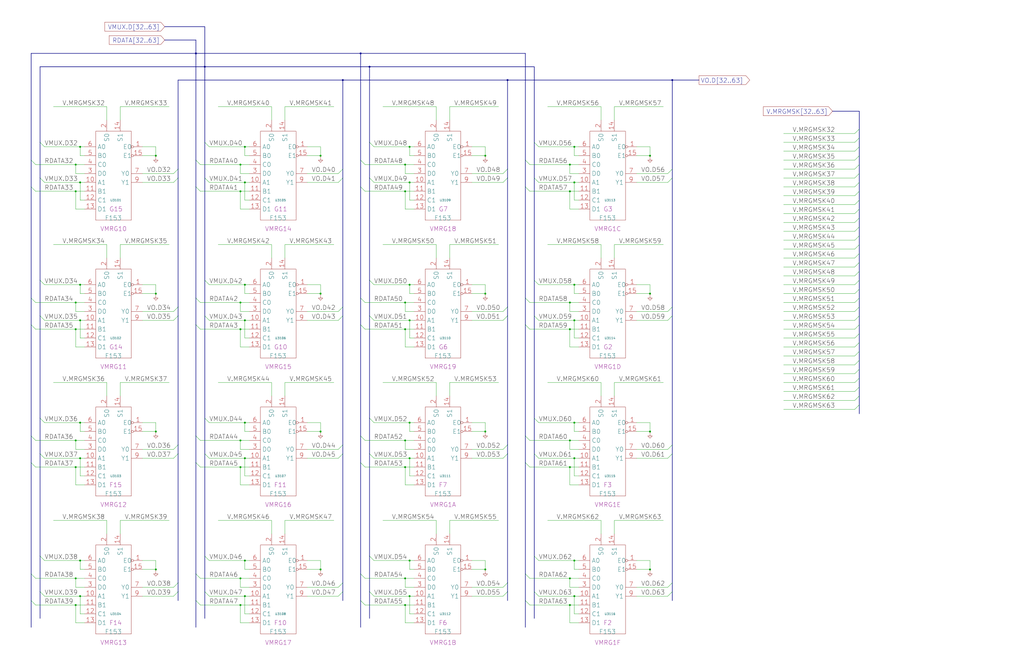
<source format=kicad_sch>
(kicad_sch (version 20211123) (generator eeschema)
  (paper "User" 584.2 378.46)
  (title_block (title "MERGER / VALUE HALF LSB'S") (date "20-MAR-90") (rev "1.0") (comment 1 "FIU") (comment 2 "232-003065") (comment 3 "S400") (comment 4 "RELEASED"))
  (bus (pts (xy 101.6 101.6) (xy 101.6 175.26)))
  (bus (pts (xy 101.6 175.26) (xy 101.6 180.34)))
  (bus (pts (xy 101.6 180.34) (xy 101.6 254)))
  (bus (pts (xy 101.6 254) (xy 101.6 259.08)))
  (bus (pts (xy 101.6 259.08) (xy 101.6 332.74)))
  (bus (pts (xy 101.6 332.74) (xy 101.6 337.82)))
  (bus (pts (xy 101.6 337.82) (xy 101.6 342.9)))
  (bus (pts (xy 101.6 45.72) (xy 101.6 96.52)))
  (bus (pts (xy 101.6 45.72) (xy 195.58 45.72)))
  (bus (pts (xy 101.6 96.52) (xy 101.6 101.6)))
  (bus (pts (xy 111.76 106.68) (xy 111.76 170.18)))
  (bus (pts (xy 111.76 170.18) (xy 111.76 185.42)))
  (bus (pts (xy 111.76 185.42) (xy 111.76 248.92)))
  (bus (pts (xy 111.76 22.86) (xy 111.76 30.48)))
  (bus (pts (xy 111.76 248.92) (xy 111.76 264.16)))
  (bus (pts (xy 111.76 264.16) (xy 111.76 327.66)))
  (bus (pts (xy 111.76 30.48) (xy 111.76 91.44)))
  (bus (pts (xy 111.76 30.48) (xy 205.74 30.48)))
  (bus (pts (xy 111.76 327.66) (xy 111.76 342.9)))
  (bus (pts (xy 111.76 342.9) (xy 111.76 358.14)))
  (bus (pts (xy 111.76 91.44) (xy 111.76 106.68)))
  (bus (pts (xy 116.84 101.6) (xy 116.84 160.02)))
  (bus (pts (xy 116.84 15.24) (xy 116.84 38.1)))
  (bus (pts (xy 116.84 160.02) (xy 116.84 180.34)))
  (bus (pts (xy 116.84 180.34) (xy 116.84 238.76)))
  (bus (pts (xy 116.84 238.76) (xy 116.84 259.08)))
  (bus (pts (xy 116.84 259.08) (xy 116.84 317.5)))
  (bus (pts (xy 116.84 317.5) (xy 116.84 337.82)))
  (bus (pts (xy 116.84 337.82) (xy 116.84 353.06)))
  (bus (pts (xy 116.84 38.1) (xy 116.84 81.28)))
  (bus (pts (xy 116.84 38.1) (xy 210.82 38.1)))
  (bus (pts (xy 116.84 81.28) (xy 116.84 101.6)))
  (bus (pts (xy 17.78 106.68) (xy 17.78 170.18)))
  (bus (pts (xy 17.78 170.18) (xy 17.78 185.42)))
  (bus (pts (xy 17.78 185.42) (xy 17.78 248.92)))
  (bus (pts (xy 17.78 248.92) (xy 17.78 264.16)))
  (bus (pts (xy 17.78 264.16) (xy 17.78 327.66)))
  (bus (pts (xy 17.78 30.48) (xy 111.76 30.48)))
  (bus (pts (xy 17.78 30.48) (xy 17.78 91.44)))
  (bus (pts (xy 17.78 327.66) (xy 17.78 342.9)))
  (bus (pts (xy 17.78 342.9) (xy 17.78 358.14)))
  (bus (pts (xy 17.78 91.44) (xy 17.78 106.68)))
  (bus (pts (xy 195.58 101.6) (xy 195.58 175.26)))
  (bus (pts (xy 195.58 175.26) (xy 195.58 180.34)))
  (bus (pts (xy 195.58 180.34) (xy 195.58 254)))
  (bus (pts (xy 195.58 254) (xy 195.58 259.08)))
  (bus (pts (xy 195.58 259.08) (xy 195.58 332.74)))
  (bus (pts (xy 195.58 332.74) (xy 195.58 337.82)))
  (bus (pts (xy 195.58 337.82) (xy 195.58 342.9)))
  (bus (pts (xy 195.58 45.72) (xy 195.58 96.52)))
  (bus (pts (xy 195.58 45.72) (xy 289.56 45.72)))
  (bus (pts (xy 195.58 96.52) (xy 195.58 101.6)))
  (bus (pts (xy 205.74 106.68) (xy 205.74 170.18)))
  (bus (pts (xy 205.74 170.18) (xy 205.74 185.42)))
  (bus (pts (xy 205.74 185.42) (xy 205.74 248.92)))
  (bus (pts (xy 205.74 248.92) (xy 205.74 264.16)))
  (bus (pts (xy 205.74 264.16) (xy 205.74 327.66)))
  (bus (pts (xy 205.74 30.48) (xy 205.74 91.44)))
  (bus (pts (xy 205.74 30.48) (xy 299.72 30.48)))
  (bus (pts (xy 205.74 327.66) (xy 205.74 342.9)))
  (bus (pts (xy 205.74 342.9) (xy 205.74 358.14)))
  (bus (pts (xy 205.74 91.44) (xy 205.74 106.68)))
  (bus (pts (xy 210.82 101.6) (xy 210.82 160.02)))
  (bus (pts (xy 210.82 160.02) (xy 210.82 180.34)))
  (bus (pts (xy 210.82 180.34) (xy 210.82 238.76)))
  (bus (pts (xy 210.82 238.76) (xy 210.82 259.08)))
  (bus (pts (xy 210.82 259.08) (xy 210.82 317.5)))
  (bus (pts (xy 210.82 317.5) (xy 210.82 337.82)))
  (bus (pts (xy 210.82 337.82) (xy 210.82 353.06)))
  (bus (pts (xy 210.82 38.1) (xy 210.82 81.28)))
  (bus (pts (xy 210.82 38.1) (xy 304.8 38.1)))
  (bus (pts (xy 210.82 81.28) (xy 210.82 101.6)))
  (bus (pts (xy 22.86 101.6) (xy 22.86 160.02)))
  (bus (pts (xy 22.86 160.02) (xy 22.86 180.34)))
  (bus (pts (xy 22.86 180.34) (xy 22.86 238.76)))
  (bus (pts (xy 22.86 238.76) (xy 22.86 259.08)))
  (bus (pts (xy 22.86 259.08) (xy 22.86 317.5)))
  (bus (pts (xy 22.86 317.5) (xy 22.86 337.82)))
  (bus (pts (xy 22.86 337.82) (xy 22.86 353.06)))
  (bus (pts (xy 22.86 38.1) (xy 116.84 38.1)))
  (bus (pts (xy 22.86 38.1) (xy 22.86 81.28)))
  (bus (pts (xy 22.86 81.28) (xy 22.86 101.6)))
  (bus (pts (xy 289.56 101.6) (xy 289.56 175.26)))
  (bus (pts (xy 289.56 175.26) (xy 289.56 180.34)))
  (bus (pts (xy 289.56 180.34) (xy 289.56 254)))
  (bus (pts (xy 289.56 254) (xy 289.56 259.08)))
  (bus (pts (xy 289.56 259.08) (xy 289.56 332.74)))
  (bus (pts (xy 289.56 332.74) (xy 289.56 337.82)))
  (bus (pts (xy 289.56 337.82) (xy 289.56 342.9)))
  (bus (pts (xy 289.56 45.72) (xy 289.56 96.52)))
  (bus (pts (xy 289.56 45.72) (xy 383.54 45.72)))
  (bus (pts (xy 289.56 96.52) (xy 289.56 101.6)))
  (bus (pts (xy 299.72 106.68) (xy 299.72 170.18)))
  (bus (pts (xy 299.72 170.18) (xy 299.72 185.42)))
  (bus (pts (xy 299.72 185.42) (xy 299.72 248.92)))
  (bus (pts (xy 299.72 248.92) (xy 299.72 264.16)))
  (bus (pts (xy 299.72 264.16) (xy 299.72 327.66)))
  (bus (pts (xy 299.72 30.48) (xy 299.72 91.44)))
  (bus (pts (xy 299.72 327.66) (xy 299.72 342.9)))
  (bus (pts (xy 299.72 342.9) (xy 299.72 358.14)))
  (bus (pts (xy 299.72 91.44) (xy 299.72 106.68)))
  (bus (pts (xy 304.8 101.6) (xy 304.8 160.02)))
  (bus (pts (xy 304.8 160.02) (xy 304.8 180.34)))
  (bus (pts (xy 304.8 180.34) (xy 304.8 238.76)))
  (bus (pts (xy 304.8 238.76) (xy 304.8 259.08)))
  (bus (pts (xy 304.8 259.08) (xy 304.8 317.5)))
  (bus (pts (xy 304.8 317.5) (xy 304.8 337.82)))
  (bus (pts (xy 304.8 337.82) (xy 304.8 353.06)))
  (bus (pts (xy 304.8 38.1) (xy 304.8 81.28)))
  (bus (pts (xy 304.8 81.28) (xy 304.8 101.6)))
  (bus (pts (xy 383.54 101.6) (xy 383.54 175.26)))
  (bus (pts (xy 383.54 175.26) (xy 383.54 180.34)))
  (bus (pts (xy 383.54 180.34) (xy 383.54 254)))
  (bus (pts (xy 383.54 254) (xy 383.54 259.08)))
  (bus (pts (xy 383.54 259.08) (xy 383.54 332.74)))
  (bus (pts (xy 383.54 332.74) (xy 383.54 337.82)))
  (bus (pts (xy 383.54 337.82) (xy 383.54 342.9)))
  (bus (pts (xy 383.54 45.72) (xy 383.54 96.52)))
  (bus (pts (xy 383.54 45.72) (xy 398.78 45.72)))
  (bus (pts (xy 383.54 96.52) (xy 383.54 101.6)))
  (bus (pts (xy 474.98 63.5) (xy 490.22 63.5)))
  (bus (pts (xy 490.22 104.14) (xy 490.22 109.22)))
  (bus (pts (xy 490.22 109.22) (xy 490.22 114.3)))
  (bus (pts (xy 490.22 114.3) (xy 490.22 119.38)))
  (bus (pts (xy 490.22 119.38) (xy 490.22 124.46)))
  (bus (pts (xy 490.22 124.46) (xy 490.22 129.54)))
  (bus (pts (xy 490.22 129.54) (xy 490.22 134.62)))
  (bus (pts (xy 490.22 134.62) (xy 490.22 139.7)))
  (bus (pts (xy 490.22 139.7) (xy 490.22 144.78)))
  (bus (pts (xy 490.22 144.78) (xy 490.22 149.86)))
  (bus (pts (xy 490.22 149.86) (xy 490.22 154.94)))
  (bus (pts (xy 490.22 154.94) (xy 490.22 160.02)))
  (bus (pts (xy 490.22 160.02) (xy 490.22 165.1)))
  (bus (pts (xy 490.22 165.1) (xy 490.22 170.18)))
  (bus (pts (xy 490.22 170.18) (xy 490.22 175.26)))
  (bus (pts (xy 490.22 175.26) (xy 490.22 180.34)))
  (bus (pts (xy 490.22 180.34) (xy 490.22 185.42)))
  (bus (pts (xy 490.22 185.42) (xy 490.22 190.5)))
  (bus (pts (xy 490.22 190.5) (xy 490.22 195.58)))
  (bus (pts (xy 490.22 195.58) (xy 490.22 200.66)))
  (bus (pts (xy 490.22 200.66) (xy 490.22 205.74)))
  (bus (pts (xy 490.22 205.74) (xy 490.22 210.82)))
  (bus (pts (xy 490.22 210.82) (xy 490.22 215.9)))
  (bus (pts (xy 490.22 215.9) (xy 490.22 220.98)))
  (bus (pts (xy 490.22 220.98) (xy 490.22 226.06)))
  (bus (pts (xy 490.22 226.06) (xy 490.22 231.14)))
  (bus (pts (xy 490.22 231.14) (xy 490.22 236.22)))
  (bus (pts (xy 490.22 63.5) (xy 490.22 73.66)))
  (bus (pts (xy 490.22 73.66) (xy 490.22 78.74)))
  (bus (pts (xy 490.22 78.74) (xy 490.22 83.82)))
  (bus (pts (xy 490.22 83.82) (xy 490.22 88.9)))
  (bus (pts (xy 490.22 88.9) (xy 490.22 93.98)))
  (bus (pts (xy 490.22 93.98) (xy 490.22 99.06)))
  (bus (pts (xy 490.22 99.06) (xy 490.22 104.14)))
  (bus (pts (xy 93.98 15.24) (xy 116.84 15.24)))
  (bus (pts (xy 93.98 22.86) (xy 111.76 22.86)))
  (wire (pts (xy 114.3 109.22) (xy 137.16 109.22)))
  (wire (pts (xy 114.3 172.72) (xy 137.16 172.72)))
  (wire (pts (xy 114.3 187.96) (xy 137.16 187.96)))
  (wire (pts (xy 114.3 251.46) (xy 137.16 251.46)))
  (wire (pts (xy 114.3 266.7) (xy 137.16 266.7)))
  (wire (pts (xy 114.3 330.2) (xy 137.16 330.2)))
  (wire (pts (xy 114.3 345.44) (xy 137.16 345.44)))
  (wire (pts (xy 114.3 93.98) (xy 137.16 93.98)))
  (wire (pts (xy 119.38 104.14) (xy 139.7 104.14)))
  (wire (pts (xy 119.38 162.56) (xy 139.7 162.56)))
  (wire (pts (xy 119.38 182.88) (xy 139.7 182.88)))
  (wire (pts (xy 119.38 241.3) (xy 139.7 241.3)))
  (wire (pts (xy 119.38 261.62) (xy 139.7 261.62)))
  (wire (pts (xy 119.38 320.04) (xy 139.7 320.04)))
  (wire (pts (xy 119.38 340.36) (xy 139.7 340.36)))
  (wire (pts (xy 119.38 83.82) (xy 139.7 83.82)))
  (wire (pts (xy 124.46 139.7) (xy 154.94 139.7)))
  (wire (pts (xy 124.46 218.44) (xy 154.94 218.44)))
  (wire (pts (xy 124.46 297.18) (xy 154.94 297.18)))
  (wire (pts (xy 124.46 60.96) (xy 154.94 60.96)))
  (wire (pts (xy 137.16 109.22) (xy 142.24 109.22)))
  (wire (pts (xy 137.16 119.38) (xy 137.16 109.22)))
  (wire (pts (xy 137.16 172.72) (xy 142.24 172.72)))
  (wire (pts (xy 137.16 177.8) (xy 137.16 172.72)))
  (wire (pts (xy 137.16 187.96) (xy 142.24 187.96)))
  (wire (pts (xy 137.16 198.12) (xy 137.16 187.96)))
  (wire (pts (xy 137.16 251.46) (xy 142.24 251.46)))
  (wire (pts (xy 137.16 256.54) (xy 137.16 251.46)))
  (wire (pts (xy 137.16 266.7) (xy 142.24 266.7)))
  (wire (pts (xy 137.16 276.86) (xy 137.16 266.7)))
  (wire (pts (xy 137.16 330.2) (xy 142.24 330.2)))
  (wire (pts (xy 137.16 335.28) (xy 137.16 330.2)))
  (wire (pts (xy 137.16 345.44) (xy 142.24 345.44)))
  (wire (pts (xy 137.16 355.6) (xy 137.16 345.44)))
  (wire (pts (xy 137.16 93.98) (xy 142.24 93.98)))
  (wire (pts (xy 137.16 99.06) (xy 137.16 93.98)))
  (wire (pts (xy 139.7 104.14) (xy 142.24 104.14)))
  (wire (pts (xy 139.7 114.3) (xy 139.7 104.14)))
  (wire (pts (xy 139.7 162.56) (xy 142.24 162.56)))
  (wire (pts (xy 139.7 167.64) (xy 139.7 162.56)))
  (wire (pts (xy 139.7 182.88) (xy 142.24 182.88)))
  (wire (pts (xy 139.7 193.04) (xy 139.7 182.88)))
  (wire (pts (xy 139.7 241.3) (xy 142.24 241.3)))
  (wire (pts (xy 139.7 246.38) (xy 139.7 241.3)))
  (wire (pts (xy 139.7 261.62) (xy 142.24 261.62)))
  (wire (pts (xy 139.7 271.78) (xy 139.7 261.62)))
  (wire (pts (xy 139.7 320.04) (xy 142.24 320.04)))
  (wire (pts (xy 139.7 325.12) (xy 139.7 320.04)))
  (wire (pts (xy 139.7 340.36) (xy 142.24 340.36)))
  (wire (pts (xy 139.7 350.52) (xy 139.7 340.36)))
  (wire (pts (xy 139.7 83.82) (xy 142.24 83.82)))
  (wire (pts (xy 139.7 88.9) (xy 139.7 83.82)))
  (wire (pts (xy 142.24 114.3) (xy 139.7 114.3)))
  (wire (pts (xy 142.24 119.38) (xy 137.16 119.38)))
  (wire (pts (xy 142.24 167.64) (xy 139.7 167.64)))
  (wire (pts (xy 142.24 177.8) (xy 137.16 177.8)))
  (wire (pts (xy 142.24 193.04) (xy 139.7 193.04)))
  (wire (pts (xy 142.24 198.12) (xy 137.16 198.12)))
  (wire (pts (xy 142.24 246.38) (xy 139.7 246.38)))
  (wire (pts (xy 142.24 256.54) (xy 137.16 256.54)))
  (wire (pts (xy 142.24 271.78) (xy 139.7 271.78)))
  (wire (pts (xy 142.24 276.86) (xy 137.16 276.86)))
  (wire (pts (xy 142.24 325.12) (xy 139.7 325.12)))
  (wire (pts (xy 142.24 335.28) (xy 137.16 335.28)))
  (wire (pts (xy 142.24 350.52) (xy 139.7 350.52)))
  (wire (pts (xy 142.24 355.6) (xy 137.16 355.6)))
  (wire (pts (xy 142.24 88.9) (xy 139.7 88.9)))
  (wire (pts (xy 142.24 99.06) (xy 137.16 99.06)))
  (wire (pts (xy 154.94 147.32) (xy 154.94 139.7)))
  (wire (pts (xy 154.94 226.06) (xy 154.94 218.44)))
  (wire (pts (xy 154.94 304.8) (xy 154.94 297.18)))
  (wire (pts (xy 154.94 68.58) (xy 154.94 60.96)))
  (wire (pts (xy 162.56 139.7) (xy 190.5 139.7)))
  (wire (pts (xy 162.56 147.32) (xy 162.56 139.7)))
  (wire (pts (xy 162.56 218.44) (xy 190.5 218.44)))
  (wire (pts (xy 162.56 226.06) (xy 162.56 218.44)))
  (wire (pts (xy 162.56 297.18) (xy 190.5 297.18)))
  (wire (pts (xy 162.56 304.8) (xy 162.56 297.18)))
  (wire (pts (xy 162.56 60.96) (xy 190.5 60.96)))
  (wire (pts (xy 162.56 68.58) (xy 162.56 60.96)))
  (wire (pts (xy 175.26 104.14) (xy 193.04 104.14)))
  (wire (pts (xy 175.26 162.56) (xy 182.88 162.56)))
  (wire (pts (xy 175.26 167.64) (xy 182.88 167.64)))
  (wire (pts (xy 175.26 177.8) (xy 193.04 177.8)))
  (wire (pts (xy 175.26 182.88) (xy 193.04 182.88)))
  (wire (pts (xy 175.26 241.3) (xy 182.88 241.3)))
  (wire (pts (xy 175.26 246.38) (xy 182.88 246.38)))
  (wire (pts (xy 175.26 256.54) (xy 193.04 256.54)))
  (wire (pts (xy 175.26 261.62) (xy 193.04 261.62)))
  (wire (pts (xy 175.26 320.04) (xy 182.88 320.04)))
  (wire (pts (xy 175.26 325.12) (xy 182.88 325.12)))
  (wire (pts (xy 175.26 335.28) (xy 193.04 335.28)))
  (wire (pts (xy 175.26 340.36) (xy 193.04 340.36)))
  (wire (pts (xy 175.26 83.82) (xy 182.88 83.82)))
  (wire (pts (xy 175.26 88.9) (xy 182.88 88.9)))
  (wire (pts (xy 175.26 99.06) (xy 193.04 99.06)))
  (wire (pts (xy 182.88 162.56) (xy 182.88 167.64)))
  (wire (pts (xy 182.88 241.3) (xy 182.88 246.38)))
  (wire (pts (xy 182.88 320.04) (xy 182.88 325.12)))
  (wire (pts (xy 182.88 83.82) (xy 182.88 88.9)))
  (wire (pts (xy 20.32 109.22) (xy 43.18 109.22)))
  (wire (pts (xy 20.32 172.72) (xy 43.18 172.72)))
  (wire (pts (xy 20.32 187.96) (xy 43.18 187.96)))
  (wire (pts (xy 20.32 251.46) (xy 43.18 251.46)))
  (wire (pts (xy 20.32 266.7) (xy 43.18 266.7)))
  (wire (pts (xy 20.32 330.2) (xy 43.18 330.2)))
  (wire (pts (xy 20.32 345.44) (xy 43.18 345.44)))
  (wire (pts (xy 20.32 93.98) (xy 43.18 93.98)))
  (wire (pts (xy 208.28 109.22) (xy 231.14 109.22)))
  (wire (pts (xy 208.28 172.72) (xy 231.14 172.72)))
  (wire (pts (xy 208.28 187.96) (xy 231.14 187.96)))
  (wire (pts (xy 208.28 251.46) (xy 231.14 251.46)))
  (wire (pts (xy 208.28 266.7) (xy 231.14 266.7)))
  (wire (pts (xy 208.28 330.2) (xy 231.14 330.2)))
  (wire (pts (xy 208.28 345.44) (xy 231.14 345.44)))
  (wire (pts (xy 208.28 93.98) (xy 231.14 93.98)))
  (wire (pts (xy 213.36 104.14) (xy 233.68 104.14)))
  (wire (pts (xy 213.36 162.56) (xy 233.68 162.56)))
  (wire (pts (xy 213.36 182.88) (xy 233.68 182.88)))
  (wire (pts (xy 213.36 241.3) (xy 233.68 241.3)))
  (wire (pts (xy 213.36 261.62) (xy 233.68 261.62)))
  (wire (pts (xy 213.36 320.04) (xy 233.68 320.04)))
  (wire (pts (xy 213.36 340.36) (xy 233.68 340.36)))
  (wire (pts (xy 213.36 83.82) (xy 233.68 83.82)))
  (wire (pts (xy 218.44 139.7) (xy 248.92 139.7)))
  (wire (pts (xy 218.44 218.44) (xy 248.92 218.44)))
  (wire (pts (xy 218.44 297.18) (xy 248.92 297.18)))
  (wire (pts (xy 218.44 60.96) (xy 248.92 60.96)))
  (wire (pts (xy 231.14 109.22) (xy 236.22 109.22)))
  (wire (pts (xy 231.14 119.38) (xy 231.14 109.22)))
  (wire (pts (xy 231.14 172.72) (xy 236.22 172.72)))
  (wire (pts (xy 231.14 177.8) (xy 231.14 172.72)))
  (wire (pts (xy 231.14 187.96) (xy 236.22 187.96)))
  (wire (pts (xy 231.14 198.12) (xy 231.14 187.96)))
  (wire (pts (xy 231.14 251.46) (xy 236.22 251.46)))
  (wire (pts (xy 231.14 256.54) (xy 231.14 251.46)))
  (wire (pts (xy 231.14 266.7) (xy 236.22 266.7)))
  (wire (pts (xy 231.14 276.86) (xy 231.14 266.7)))
  (wire (pts (xy 231.14 330.2) (xy 236.22 330.2)))
  (wire (pts (xy 231.14 335.28) (xy 231.14 330.2)))
  (wire (pts (xy 231.14 345.44) (xy 236.22 345.44)))
  (wire (pts (xy 231.14 355.6) (xy 231.14 345.44)))
  (wire (pts (xy 231.14 93.98) (xy 236.22 93.98)))
  (wire (pts (xy 231.14 99.06) (xy 231.14 93.98)))
  (wire (pts (xy 233.68 104.14) (xy 236.22 104.14)))
  (wire (pts (xy 233.68 114.3) (xy 233.68 104.14)))
  (wire (pts (xy 233.68 162.56) (xy 236.22 162.56)))
  (wire (pts (xy 233.68 167.64) (xy 233.68 162.56)))
  (wire (pts (xy 233.68 182.88) (xy 236.22 182.88)))
  (wire (pts (xy 233.68 193.04) (xy 233.68 182.88)))
  (wire (pts (xy 233.68 241.3) (xy 236.22 241.3)))
  (wire (pts (xy 233.68 246.38) (xy 233.68 241.3)))
  (wire (pts (xy 233.68 261.62) (xy 236.22 261.62)))
  (wire (pts (xy 233.68 271.78) (xy 233.68 261.62)))
  (wire (pts (xy 233.68 320.04) (xy 236.22 320.04)))
  (wire (pts (xy 233.68 325.12) (xy 233.68 320.04)))
  (wire (pts (xy 233.68 340.36) (xy 236.22 340.36)))
  (wire (pts (xy 233.68 350.52) (xy 233.68 340.36)))
  (wire (pts (xy 233.68 83.82) (xy 236.22 83.82)))
  (wire (pts (xy 233.68 88.9) (xy 233.68 83.82)))
  (wire (pts (xy 236.22 114.3) (xy 233.68 114.3)))
  (wire (pts (xy 236.22 119.38) (xy 231.14 119.38)))
  (wire (pts (xy 236.22 167.64) (xy 233.68 167.64)))
  (wire (pts (xy 236.22 177.8) (xy 231.14 177.8)))
  (wire (pts (xy 236.22 193.04) (xy 233.68 193.04)))
  (wire (pts (xy 236.22 198.12) (xy 231.14 198.12)))
  (wire (pts (xy 236.22 246.38) (xy 233.68 246.38)))
  (wire (pts (xy 236.22 256.54) (xy 231.14 256.54)))
  (wire (pts (xy 236.22 271.78) (xy 233.68 271.78)))
  (wire (pts (xy 236.22 276.86) (xy 231.14 276.86)))
  (wire (pts (xy 236.22 325.12) (xy 233.68 325.12)))
  (wire (pts (xy 236.22 335.28) (xy 231.14 335.28)))
  (wire (pts (xy 236.22 350.52) (xy 233.68 350.52)))
  (wire (pts (xy 236.22 355.6) (xy 231.14 355.6)))
  (wire (pts (xy 236.22 88.9) (xy 233.68 88.9)))
  (wire (pts (xy 236.22 99.06) (xy 231.14 99.06)))
  (wire (pts (xy 248.92 147.32) (xy 248.92 139.7)))
  (wire (pts (xy 248.92 226.06) (xy 248.92 218.44)))
  (wire (pts (xy 248.92 304.8) (xy 248.92 297.18)))
  (wire (pts (xy 248.92 68.58) (xy 248.92 60.96)))
  (wire (pts (xy 25.4 104.14) (xy 45.72 104.14)))
  (wire (pts (xy 25.4 162.56) (xy 45.72 162.56)))
  (wire (pts (xy 25.4 182.88) (xy 45.72 182.88)))
  (wire (pts (xy 25.4 241.3) (xy 45.72 241.3)))
  (wire (pts (xy 25.4 261.62) (xy 45.72 261.62)))
  (wire (pts (xy 25.4 320.04) (xy 45.72 320.04)))
  (wire (pts (xy 25.4 340.36) (xy 45.72 340.36)))
  (wire (pts (xy 25.4 83.82) (xy 45.72 83.82)))
  (wire (pts (xy 256.54 139.7) (xy 284.48 139.7)))
  (wire (pts (xy 256.54 147.32) (xy 256.54 139.7)))
  (wire (pts (xy 256.54 218.44) (xy 284.48 218.44)))
  (wire (pts (xy 256.54 226.06) (xy 256.54 218.44)))
  (wire (pts (xy 256.54 297.18) (xy 284.48 297.18)))
  (wire (pts (xy 256.54 304.8) (xy 256.54 297.18)))
  (wire (pts (xy 256.54 60.96) (xy 284.48 60.96)))
  (wire (pts (xy 256.54 68.58) (xy 256.54 60.96)))
  (wire (pts (xy 269.24 104.14) (xy 287.02 104.14)))
  (wire (pts (xy 269.24 162.56) (xy 276.86 162.56)))
  (wire (pts (xy 269.24 167.64) (xy 276.86 167.64)))
  (wire (pts (xy 269.24 177.8) (xy 287.02 177.8)))
  (wire (pts (xy 269.24 182.88) (xy 287.02 182.88)))
  (wire (pts (xy 269.24 241.3) (xy 276.86 241.3)))
  (wire (pts (xy 269.24 246.38) (xy 276.86 246.38)))
  (wire (pts (xy 269.24 256.54) (xy 287.02 256.54)))
  (wire (pts (xy 269.24 261.62) (xy 287.02 261.62)))
  (wire (pts (xy 269.24 320.04) (xy 276.86 320.04)))
  (wire (pts (xy 269.24 325.12) (xy 276.86 325.12)))
  (wire (pts (xy 269.24 335.28) (xy 287.02 335.28)))
  (wire (pts (xy 269.24 340.36) (xy 287.02 340.36)))
  (wire (pts (xy 269.24 83.82) (xy 276.86 83.82)))
  (wire (pts (xy 269.24 88.9) (xy 276.86 88.9)))
  (wire (pts (xy 269.24 99.06) (xy 287.02 99.06)))
  (wire (pts (xy 276.86 162.56) (xy 276.86 167.64)))
  (wire (pts (xy 276.86 241.3) (xy 276.86 246.38)))
  (wire (pts (xy 276.86 320.04) (xy 276.86 325.12)))
  (wire (pts (xy 276.86 83.82) (xy 276.86 88.9)))
  (wire (pts (xy 30.48 139.7) (xy 60.96 139.7)))
  (wire (pts (xy 30.48 218.44) (xy 60.96 218.44)))
  (wire (pts (xy 30.48 297.18) (xy 60.96 297.18)))
  (wire (pts (xy 30.48 60.96) (xy 60.96 60.96)))
  (wire (pts (xy 302.26 109.22) (xy 325.12 109.22)))
  (wire (pts (xy 302.26 172.72) (xy 325.12 172.72)))
  (wire (pts (xy 302.26 187.96) (xy 325.12 187.96)))
  (wire (pts (xy 302.26 251.46) (xy 325.12 251.46)))
  (wire (pts (xy 302.26 266.7) (xy 325.12 266.7)))
  (wire (pts (xy 302.26 330.2) (xy 325.12 330.2)))
  (wire (pts (xy 302.26 345.44) (xy 325.12 345.44)))
  (wire (pts (xy 302.26 93.98) (xy 325.12 93.98)))
  (wire (pts (xy 307.34 104.14) (xy 327.66 104.14)))
  (wire (pts (xy 307.34 162.56) (xy 327.66 162.56)))
  (wire (pts (xy 307.34 182.88) (xy 327.66 182.88)))
  (wire (pts (xy 307.34 241.3) (xy 327.66 241.3)))
  (wire (pts (xy 307.34 261.62) (xy 327.66 261.62)))
  (wire (pts (xy 307.34 320.04) (xy 327.66 320.04)))
  (wire (pts (xy 307.34 340.36) (xy 327.66 340.36)))
  (wire (pts (xy 307.34 83.82) (xy 327.66 83.82)))
  (wire (pts (xy 312.42 139.7) (xy 342.9 139.7)))
  (wire (pts (xy 312.42 218.44) (xy 342.9 218.44)))
  (wire (pts (xy 312.42 297.18) (xy 342.9 297.18)))
  (wire (pts (xy 312.42 60.96) (xy 342.9 60.96)))
  (wire (pts (xy 325.12 109.22) (xy 330.2 109.22)))
  (wire (pts (xy 325.12 119.38) (xy 325.12 109.22)))
  (wire (pts (xy 325.12 172.72) (xy 330.2 172.72)))
  (wire (pts (xy 325.12 177.8) (xy 325.12 172.72)))
  (wire (pts (xy 325.12 187.96) (xy 330.2 187.96)))
  (wire (pts (xy 325.12 198.12) (xy 325.12 187.96)))
  (wire (pts (xy 325.12 251.46) (xy 330.2 251.46)))
  (wire (pts (xy 325.12 256.54) (xy 325.12 251.46)))
  (wire (pts (xy 325.12 266.7) (xy 330.2 266.7)))
  (wire (pts (xy 325.12 276.86) (xy 325.12 266.7)))
  (wire (pts (xy 325.12 330.2) (xy 330.2 330.2)))
  (wire (pts (xy 325.12 335.28) (xy 325.12 330.2)))
  (wire (pts (xy 325.12 345.44) (xy 330.2 345.44)))
  (wire (pts (xy 325.12 355.6) (xy 325.12 345.44)))
  (wire (pts (xy 325.12 93.98) (xy 330.2 93.98)))
  (wire (pts (xy 325.12 99.06) (xy 325.12 93.98)))
  (wire (pts (xy 327.66 104.14) (xy 330.2 104.14)))
  (wire (pts (xy 327.66 114.3) (xy 327.66 104.14)))
  (wire (pts (xy 327.66 162.56) (xy 330.2 162.56)))
  (wire (pts (xy 327.66 167.64) (xy 327.66 162.56)))
  (wire (pts (xy 327.66 182.88) (xy 330.2 182.88)))
  (wire (pts (xy 327.66 193.04) (xy 327.66 182.88)))
  (wire (pts (xy 327.66 241.3) (xy 330.2 241.3)))
  (wire (pts (xy 327.66 246.38) (xy 327.66 241.3)))
  (wire (pts (xy 327.66 261.62) (xy 330.2 261.62)))
  (wire (pts (xy 327.66 271.78) (xy 327.66 261.62)))
  (wire (pts (xy 327.66 320.04) (xy 330.2 320.04)))
  (wire (pts (xy 327.66 325.12) (xy 327.66 320.04)))
  (wire (pts (xy 327.66 340.36) (xy 330.2 340.36)))
  (wire (pts (xy 327.66 350.52) (xy 327.66 340.36)))
  (wire (pts (xy 327.66 83.82) (xy 330.2 83.82)))
  (wire (pts (xy 327.66 88.9) (xy 327.66 83.82)))
  (wire (pts (xy 330.2 114.3) (xy 327.66 114.3)))
  (wire (pts (xy 330.2 119.38) (xy 325.12 119.38)))
  (wire (pts (xy 330.2 167.64) (xy 327.66 167.64)))
  (wire (pts (xy 330.2 177.8) (xy 325.12 177.8)))
  (wire (pts (xy 330.2 193.04) (xy 327.66 193.04)))
  (wire (pts (xy 330.2 198.12) (xy 325.12 198.12)))
  (wire (pts (xy 330.2 246.38) (xy 327.66 246.38)))
  (wire (pts (xy 330.2 256.54) (xy 325.12 256.54)))
  (wire (pts (xy 330.2 271.78) (xy 327.66 271.78)))
  (wire (pts (xy 330.2 276.86) (xy 325.12 276.86)))
  (wire (pts (xy 330.2 325.12) (xy 327.66 325.12)))
  (wire (pts (xy 330.2 335.28) (xy 325.12 335.28)))
  (wire (pts (xy 330.2 350.52) (xy 327.66 350.52)))
  (wire (pts (xy 330.2 355.6) (xy 325.12 355.6)))
  (wire (pts (xy 330.2 88.9) (xy 327.66 88.9)))
  (wire (pts (xy 330.2 99.06) (xy 325.12 99.06)))
  (wire (pts (xy 342.9 147.32) (xy 342.9 139.7)))
  (wire (pts (xy 342.9 226.06) (xy 342.9 218.44)))
  (wire (pts (xy 342.9 304.8) (xy 342.9 297.18)))
  (wire (pts (xy 342.9 68.58) (xy 342.9 60.96)))
  (wire (pts (xy 350.52 139.7) (xy 378.46 139.7)))
  (wire (pts (xy 350.52 147.32) (xy 350.52 139.7)))
  (wire (pts (xy 350.52 218.44) (xy 378.46 218.44)))
  (wire (pts (xy 350.52 226.06) (xy 350.52 218.44)))
  (wire (pts (xy 350.52 297.18) (xy 378.46 297.18)))
  (wire (pts (xy 350.52 304.8) (xy 350.52 297.18)))
  (wire (pts (xy 350.52 60.96) (xy 378.46 60.96)))
  (wire (pts (xy 350.52 68.58) (xy 350.52 60.96)))
  (wire (pts (xy 363.22 104.14) (xy 381 104.14)))
  (wire (pts (xy 363.22 162.56) (xy 370.84 162.56)))
  (wire (pts (xy 363.22 167.64) (xy 370.84 167.64)))
  (wire (pts (xy 363.22 177.8) (xy 381 177.8)))
  (wire (pts (xy 363.22 182.88) (xy 381 182.88)))
  (wire (pts (xy 363.22 241.3) (xy 370.84 241.3)))
  (wire (pts (xy 363.22 246.38) (xy 370.84 246.38)))
  (wire (pts (xy 363.22 256.54) (xy 381 256.54)))
  (wire (pts (xy 363.22 261.62) (xy 381 261.62)))
  (wire (pts (xy 363.22 320.04) (xy 370.84 320.04)))
  (wire (pts (xy 363.22 325.12) (xy 370.84 325.12)))
  (wire (pts (xy 363.22 335.28) (xy 381 335.28)))
  (wire (pts (xy 363.22 340.36) (xy 381 340.36)))
  (wire (pts (xy 363.22 83.82) (xy 370.84 83.82)))
  (wire (pts (xy 363.22 88.9) (xy 370.84 88.9)))
  (wire (pts (xy 363.22 99.06) (xy 381 99.06)))
  (wire (pts (xy 370.84 162.56) (xy 370.84 167.64)))
  (wire (pts (xy 370.84 241.3) (xy 370.84 246.38)))
  (wire (pts (xy 370.84 320.04) (xy 370.84 325.12)))
  (wire (pts (xy 370.84 83.82) (xy 370.84 88.9)))
  (wire (pts (xy 43.18 109.22) (xy 48.26 109.22)))
  (wire (pts (xy 43.18 119.38) (xy 43.18 109.22)))
  (wire (pts (xy 43.18 172.72) (xy 48.26 172.72)))
  (wire (pts (xy 43.18 177.8) (xy 43.18 172.72)))
  (wire (pts (xy 43.18 187.96) (xy 48.26 187.96)))
  (wire (pts (xy 43.18 198.12) (xy 43.18 187.96)))
  (wire (pts (xy 43.18 251.46) (xy 48.26 251.46)))
  (wire (pts (xy 43.18 256.54) (xy 43.18 251.46)))
  (wire (pts (xy 43.18 266.7) (xy 48.26 266.7)))
  (wire (pts (xy 43.18 276.86) (xy 43.18 266.7)))
  (wire (pts (xy 43.18 330.2) (xy 48.26 330.2)))
  (wire (pts (xy 43.18 335.28) (xy 43.18 330.2)))
  (wire (pts (xy 43.18 345.44) (xy 48.26 345.44)))
  (wire (pts (xy 43.18 355.6) (xy 43.18 345.44)))
  (wire (pts (xy 43.18 93.98) (xy 48.26 93.98)))
  (wire (pts (xy 43.18 99.06) (xy 43.18 93.98)))
  (wire (pts (xy 447.04 101.6) (xy 487.68 101.6)))
  (wire (pts (xy 447.04 106.68) (xy 487.68 106.68)))
  (wire (pts (xy 447.04 111.76) (xy 487.68 111.76)))
  (wire (pts (xy 447.04 116.84) (xy 487.68 116.84)))
  (wire (pts (xy 447.04 121.92) (xy 487.68 121.92)))
  (wire (pts (xy 447.04 127) (xy 487.68 127)))
  (wire (pts (xy 447.04 132.08) (xy 487.68 132.08)))
  (wire (pts (xy 447.04 137.16) (xy 487.68 137.16)))
  (wire (pts (xy 447.04 142.24) (xy 487.68 142.24)))
  (wire (pts (xy 447.04 147.32) (xy 487.68 147.32)))
  (wire (pts (xy 447.04 152.4) (xy 487.68 152.4)))
  (wire (pts (xy 447.04 157.48) (xy 487.68 157.48)))
  (wire (pts (xy 447.04 162.56) (xy 487.68 162.56)))
  (wire (pts (xy 447.04 167.64) (xy 487.68 167.64)))
  (wire (pts (xy 447.04 172.72) (xy 487.68 172.72)))
  (wire (pts (xy 447.04 177.8) (xy 487.68 177.8)))
  (wire (pts (xy 447.04 182.88) (xy 487.68 182.88)))
  (wire (pts (xy 447.04 187.96) (xy 487.68 187.96)))
  (wire (pts (xy 447.04 193.04) (xy 487.68 193.04)))
  (wire (pts (xy 447.04 198.12) (xy 487.68 198.12)))
  (wire (pts (xy 447.04 203.2) (xy 487.68 203.2)))
  (wire (pts (xy 447.04 208.28) (xy 487.68 208.28)))
  (wire (pts (xy 447.04 213.36) (xy 487.68 213.36)))
  (wire (pts (xy 447.04 218.44) (xy 487.68 218.44)))
  (wire (pts (xy 447.04 223.52) (xy 487.68 223.52)))
  (wire (pts (xy 447.04 228.6) (xy 487.68 228.6)))
  (wire (pts (xy 447.04 233.68) (xy 487.68 233.68)))
  (wire (pts (xy 447.04 76.2) (xy 487.68 76.2)))
  (wire (pts (xy 447.04 81.28) (xy 487.68 81.28)))
  (wire (pts (xy 447.04 86.36) (xy 487.68 86.36)))
  (wire (pts (xy 447.04 91.44) (xy 487.68 91.44)))
  (wire (pts (xy 447.04 96.52) (xy 487.68 96.52)))
  (wire (pts (xy 45.72 104.14) (xy 48.26 104.14)))
  (wire (pts (xy 45.72 114.3) (xy 45.72 104.14)))
  (wire (pts (xy 45.72 162.56) (xy 48.26 162.56)))
  (wire (pts (xy 45.72 167.64) (xy 45.72 162.56)))
  (wire (pts (xy 45.72 182.88) (xy 48.26 182.88)))
  (wire (pts (xy 45.72 193.04) (xy 45.72 182.88)))
  (wire (pts (xy 45.72 241.3) (xy 48.26 241.3)))
  (wire (pts (xy 45.72 246.38) (xy 45.72 241.3)))
  (wire (pts (xy 45.72 261.62) (xy 48.26 261.62)))
  (wire (pts (xy 45.72 271.78) (xy 45.72 261.62)))
  (wire (pts (xy 45.72 320.04) (xy 48.26 320.04)))
  (wire (pts (xy 45.72 325.12) (xy 45.72 320.04)))
  (wire (pts (xy 45.72 340.36) (xy 48.26 340.36)))
  (wire (pts (xy 45.72 350.52) (xy 45.72 340.36)))
  (wire (pts (xy 45.72 83.82) (xy 48.26 83.82)))
  (wire (pts (xy 45.72 88.9) (xy 45.72 83.82)))
  (wire (pts (xy 48.26 114.3) (xy 45.72 114.3)))
  (wire (pts (xy 48.26 119.38) (xy 43.18 119.38)))
  (wire (pts (xy 48.26 167.64) (xy 45.72 167.64)))
  (wire (pts (xy 48.26 177.8) (xy 43.18 177.8)))
  (wire (pts (xy 48.26 193.04) (xy 45.72 193.04)))
  (wire (pts (xy 48.26 198.12) (xy 43.18 198.12)))
  (wire (pts (xy 48.26 246.38) (xy 45.72 246.38)))
  (wire (pts (xy 48.26 256.54) (xy 43.18 256.54)))
  (wire (pts (xy 48.26 271.78) (xy 45.72 271.78)))
  (wire (pts (xy 48.26 276.86) (xy 43.18 276.86)))
  (wire (pts (xy 48.26 325.12) (xy 45.72 325.12)))
  (wire (pts (xy 48.26 335.28) (xy 43.18 335.28)))
  (wire (pts (xy 48.26 350.52) (xy 45.72 350.52)))
  (wire (pts (xy 48.26 355.6) (xy 43.18 355.6)))
  (wire (pts (xy 48.26 88.9) (xy 45.72 88.9)))
  (wire (pts (xy 48.26 99.06) (xy 43.18 99.06)))
  (wire (pts (xy 60.96 147.32) (xy 60.96 139.7)))
  (wire (pts (xy 60.96 226.06) (xy 60.96 218.44)))
  (wire (pts (xy 60.96 304.8) (xy 60.96 297.18)))
  (wire (pts (xy 60.96 68.58) (xy 60.96 60.96)))
  (wire (pts (xy 68.58 139.7) (xy 96.52 139.7)))
  (wire (pts (xy 68.58 147.32) (xy 68.58 139.7)))
  (wire (pts (xy 68.58 218.44) (xy 96.52 218.44)))
  (wire (pts (xy 68.58 226.06) (xy 68.58 218.44)))
  (wire (pts (xy 68.58 297.18) (xy 96.52 297.18)))
  (wire (pts (xy 68.58 304.8) (xy 68.58 297.18)))
  (wire (pts (xy 68.58 60.96) (xy 96.52 60.96)))
  (wire (pts (xy 68.58 68.58) (xy 68.58 60.96)))
  (wire (pts (xy 81.28 104.14) (xy 99.06 104.14)))
  (wire (pts (xy 81.28 162.56) (xy 88.9 162.56)))
  (wire (pts (xy 81.28 167.64) (xy 88.9 167.64)))
  (wire (pts (xy 81.28 177.8) (xy 99.06 177.8)))
  (wire (pts (xy 81.28 182.88) (xy 99.06 182.88)))
  (wire (pts (xy 81.28 241.3) (xy 88.9 241.3)))
  (wire (pts (xy 81.28 246.38) (xy 88.9 246.38)))
  (wire (pts (xy 81.28 256.54) (xy 99.06 256.54)))
  (wire (pts (xy 81.28 261.62) (xy 99.06 261.62)))
  (wire (pts (xy 81.28 320.04) (xy 88.9 320.04)))
  (wire (pts (xy 81.28 325.12) (xy 88.9 325.12)))
  (wire (pts (xy 81.28 335.28) (xy 99.06 335.28)))
  (wire (pts (xy 81.28 340.36) (xy 99.06 340.36)))
  (wire (pts (xy 81.28 83.82) (xy 88.9 83.82)))
  (wire (pts (xy 81.28 88.9) (xy 88.9 88.9)))
  (wire (pts (xy 81.28 99.06) (xy 99.06 99.06)))
  (wire (pts (xy 88.9 162.56) (xy 88.9 167.64)))
  (wire (pts (xy 88.9 241.3) (xy 88.9 246.38)))
  (wire (pts (xy 88.9 320.04) (xy 88.9 325.12)))
  (wire (pts (xy 88.9 83.82) (xy 88.9 88.9)))
  (bus_entry (at 17.78 91.44) (size 2.54 2.54))
  (bus_entry (at 17.78 106.68) (size 2.54 2.54))
  (bus_entry (at 17.78 170.18) (size 2.54 2.54))
  (bus_entry (at 17.78 185.42) (size 2.54 2.54))
  (bus_entry (at 17.78 248.92) (size 2.54 2.54))
  (bus_entry (at 17.78 264.16) (size 2.54 2.54))
  (bus_entry (at 17.78 327.66) (size 2.54 2.54))
  (bus_entry (at 17.78 342.9) (size 2.54 2.54))
  (bus_entry (at 22.86 81.28) (size 2.54 2.54))
  (bus_entry (at 22.86 101.6) (size 2.54 2.54))
  (bus_entry (at 22.86 160.02) (size 2.54 2.54))
  (bus_entry (at 22.86 180.34) (size 2.54 2.54))
  (bus_entry (at 22.86 238.76) (size 2.54 2.54))
  (bus_entry (at 22.86 259.08) (size 2.54 2.54))
  (bus_entry (at 22.86 317.5) (size 2.54 2.54))
  (bus_entry (at 22.86 337.82) (size 2.54 2.54))
  (label "VMUX.D32" (at 25.4 83.82 0) (effects (font (size 2.54 2.54))))
  (label "RDATA32" (at 25.4 93.98 0) (effects (font (size 2.54 2.54))))
  (label "VMUX.D33" (at 25.4 104.14 0) (effects (font (size 2.54 2.54))))
  (label "RDATA33" (at 25.4 109.22 0) (effects (font (size 2.54 2.54))))
  (label "VMUX.D34" (at 25.4 162.56 0) (effects (font (size 2.54 2.54))))
  (label "RDATA34" (at 25.4 172.72 0) (effects (font (size 2.54 2.54))))
  (label "VMUX.D35" (at 25.4 182.88 0) (effects (font (size 2.54 2.54))))
  (label "RDATA35" (at 25.4 187.96 0) (effects (font (size 2.54 2.54))))
  (label "VMUX.D36" (at 25.4 241.3 0) (effects (font (size 2.54 2.54))))
  (label "RDATA36" (at 25.4 251.46 0) (effects (font (size 2.54 2.54))))
  (label "VMUX.D37" (at 25.4 261.62 0) (effects (font (size 2.54 2.54))))
  (label "RDATA37" (at 25.4 266.7 0) (effects (font (size 2.54 2.54))))
  (label "VMUX.D38" (at 25.4 320.04 0) (effects (font (size 2.54 2.54))))
  (label "RDATA38" (at 25.4 330.2 0) (effects (font (size 2.54 2.54))))
  (label "VMUX.D39" (at 25.4 340.36 0) (effects (font (size 2.54 2.54))))
  (label "RDATA39" (at 25.4 345.44 0) (effects (font (size 2.54 2.54))))
  (label "V.MRGMSK32" (at 35.56 60.96 0) (effects (font (size 2.54 2.54))))
  (label "V.MRGMSK34" (at 35.56 139.7 0) (effects (font (size 2.54 2.54))))
  (label "V.MRGMSK36" (at 35.56 218.44 0) (effects (font (size 2.54 2.54))))
  (label "V.MRGMSK38" (at 35.56 297.18 0) (effects (font (size 2.54 2.54))))
  (junction (at 43.18 93.98))
  (junction (at 43.18 109.22))
  (junction (at 43.18 172.72))
  (junction (at 43.18 187.96))
  (junction (at 43.18 251.46))
  (junction (at 43.18 266.7))
  (junction (at 43.18 330.2))
  (junction (at 43.18 345.44))
  (junction (at 45.72 83.82))
  (junction (at 45.72 104.14))
  (junction (at 45.72 162.56))
  (junction (at 45.72 182.88))
  (junction (at 45.72 241.3))
  (junction (at 45.72 261.62))
  (junction (at 45.72 320.04))
  (junction (at 45.72 340.36))
  (symbol (lib_id "r1000:F153") (at 63.5 119.38 0) (unit 1)
    (property "Reference" "U3101" (at 66.04 114.3 0))
    (property "Value" "F153" (at 59.69 124.46 0) (effects (font (size 2.54 2.54)) (justify left)))
    (property "Location" "G15" (at 62.23 119.38 0) (effects (font (size 2.54 2.54)) (justify left)))
    (property "Name" "VMRG10" (at 64.77 132.08 0) (effects (font (size 2.54 2.54)) (justify bottom)))
  )
  (symbol (lib_id "r1000:F153") (at 63.5 198.12 0) (unit 1)
    (property "Reference" "U3102" (at 66.04 193.04 0))
    (property "Value" "F153" (at 59.69 203.2 0) (effects (font (size 2.54 2.54)) (justify left)))
    (property "Location" "G14" (at 62.23 198.12 0) (effects (font (size 2.54 2.54)) (justify left)))
    (property "Name" "VMRG11" (at 64.77 210.82 0) (effects (font (size 2.54 2.54)) (justify bottom)))
  )
  (symbol (lib_id "r1000:F153") (at 63.5 276.86 0) (unit 1)
    (property "Reference" "U3103" (at 66.04 271.78 0))
    (property "Value" "F153" (at 59.69 281.94 0) (effects (font (size 2.54 2.54)) (justify left)))
    (property "Location" "F15" (at 62.23 276.86 0) (effects (font (size 2.54 2.54)) (justify left)))
    (property "Name" "VMRG12" (at 64.77 289.56 0) (effects (font (size 2.54 2.54)) (justify bottom)))
  )
  (symbol (lib_id "r1000:F153") (at 63.5 355.6 0) (unit 1)
    (property "Reference" "U3104" (at 66.04 350.52 0))
    (property "Value" "F153" (at 59.69 360.68 0) (effects (font (size 2.54 2.54)) (justify left)))
    (property "Location" "F14" (at 62.23 355.6 0) (effects (font (size 2.54 2.54)) (justify left)))
    (property "Name" "VMRG13" (at 64.77 368.3 0) (effects (font (size 2.54 2.54)) (justify bottom)))
  )
  (label "V.MRGMSK33" (at 71.12 60.96 0) (effects (font (size 2.54 2.54))))
  (label "V.MRGMSK35" (at 71.12 139.7 0) (effects (font (size 2.54 2.54))))
  (label "V.MRGMSK37" (at 71.12 218.44 0) (effects (font (size 2.54 2.54))))
  (label "V.MRGMSK39" (at 71.12 297.18 0) (effects (font (size 2.54 2.54))))
  (label "VO.D32" (at 83.82 99.06 0) (effects (font (size 2.54 2.54))))
  (label "VO.D33" (at 83.82 104.14 0) (effects (font (size 2.54 2.54))))
  (label "VO.D34" (at 83.82 177.8 0) (effects (font (size 2.54 2.54))))
  (label "VO.D35" (at 83.82 182.88 0) (effects (font (size 2.54 2.54))))
  (label "VO.D36" (at 83.82 256.54 0) (effects (font (size 2.54 2.54))))
  (label "VO.D37" (at 83.82 261.62 0) (effects (font (size 2.54 2.54))))
  (label "VO.D38" (at 83.82 335.28 0) (effects (font (size 2.54 2.54))))
  (label "VO.D39" (at 83.82 340.36 0) (effects (font (size 2.54 2.54))))
  (junction (at 88.9 88.9))
  (symbol (lib_id "r1000:PD") (at 88.9 88.9 0) (unit 1) (in_bom no)
    (property "Reference" "#PWR03101" (effects hide))
    (property "Value" "PD" (effects hide))
  )
  (junction (at 88.9 167.64))
  (symbol (lib_id "r1000:PD") (at 88.9 167.64 0) (unit 1) (in_bom no)
    (property "Reference" "#PWR03102" (effects hide))
    (property "Value" "PD" (effects hide))
  )
  (junction (at 88.9 246.38))
  (symbol (lib_id "r1000:PD") (at 88.9 246.38 0) (unit 1) (in_bom no)
    (property "Reference" "#PWR03103" (effects hide))
    (property "Value" "PD" (effects hide))
  )
  (junction (at 88.9 325.12))
  (symbol (lib_id "r1000:PD") (at 88.9 325.12 0) (unit 1) (in_bom no)
    (property "Reference" "#PWR03104" (effects hide))
    (property "Value" "PD" (effects hide))
  )
  (global_label "VMUX.D[32..63]" (shape input) (at 93.98 15.24 180) (effects (font (size 2.54 2.54))) (property "Intersheet References" "${INTERSHEET_REFS}" (at 59.9531 15.0813 0) (effects (font (size 2.54 2.54)) (justify right))))
  (global_label "RDATA[32..63]" (shape input) (at 93.98 22.86 180) (effects (font (size 2.54 2.54))) (property "Intersheet References" "${INTERSHEET_REFS}" (at 62.4931 22.7013 0) (effects (font (size 2.54 2.54)) (justify right))))
  (bus_entry (at 101.6 96.52) (size -2.54 2.54))
  (bus_entry (at 101.6 101.6) (size -2.54 2.54))
  (bus_entry (at 101.6 175.26) (size -2.54 2.54))
  (bus_entry (at 101.6 180.34) (size -2.54 2.54))
  (bus_entry (at 101.6 254) (size -2.54 2.54))
  (bus_entry (at 101.6 259.08) (size -2.54 2.54))
  (bus_entry (at 101.6 332.74) (size -2.54 2.54))
  (bus_entry (at 101.6 337.82) (size -2.54 2.54))
  (junction (at 111.76 30.48))
  (bus_entry (at 111.76 91.44) (size 2.54 2.54))
  (bus_entry (at 111.76 106.68) (size 2.54 2.54))
  (bus_entry (at 111.76 170.18) (size 2.54 2.54))
  (bus_entry (at 111.76 185.42) (size 2.54 2.54))
  (bus_entry (at 111.76 248.92) (size 2.54 2.54))
  (bus_entry (at 111.76 264.16) (size 2.54 2.54))
  (bus_entry (at 111.76 327.66) (size 2.54 2.54))
  (bus_entry (at 111.76 342.9) (size 2.54 2.54))
  (junction (at 116.84 38.1))
  (bus_entry (at 116.84 81.28) (size 2.54 2.54))
  (bus_entry (at 116.84 101.6) (size 2.54 2.54))
  (bus_entry (at 116.84 160.02) (size 2.54 2.54))
  (bus_entry (at 116.84 180.34) (size 2.54 2.54))
  (bus_entry (at 116.84 238.76) (size 2.54 2.54))
  (bus_entry (at 116.84 259.08) (size 2.54 2.54))
  (bus_entry (at 116.84 317.5) (size 2.54 2.54))
  (bus_entry (at 116.84 337.82) (size 2.54 2.54))
  (label "VMUX.D40" (at 119.38 83.82 0) (effects (font (size 2.54 2.54))))
  (label "RDATA40" (at 119.38 93.98 0) (effects (font (size 2.54 2.54))))
  (label "VMUX.D41" (at 119.38 104.14 0) (effects (font (size 2.54 2.54))))
  (label "RDATA41" (at 119.38 109.22 0) (effects (font (size 2.54 2.54))))
  (label "VMUX.D42" (at 119.38 162.56 0) (effects (font (size 2.54 2.54))))
  (label "RDATA42" (at 119.38 172.72 0) (effects (font (size 2.54 2.54))))
  (label "VMUX.D43" (at 119.38 182.88 0) (effects (font (size 2.54 2.54))))
  (label "RDATA43" (at 119.38 187.96 0) (effects (font (size 2.54 2.54))))
  (label "VMUX.D44" (at 119.38 241.3 0) (effects (font (size 2.54 2.54))))
  (label "RDATA44" (at 119.38 251.46 0) (effects (font (size 2.54 2.54))))
  (label "VMUX.D45" (at 119.38 261.62 0) (effects (font (size 2.54 2.54))))
  (label "RDATA45" (at 119.38 266.7 0) (effects (font (size 2.54 2.54))))
  (label "VMUX.D46" (at 119.38 320.04 0) (effects (font (size 2.54 2.54))))
  (label "RDATA46" (at 119.38 330.2 0) (effects (font (size 2.54 2.54))))
  (label "VMUX.D47" (at 119.38 340.36 0) (effects (font (size 2.54 2.54))))
  (label "RDATA47" (at 119.38 345.44 0) (effects (font (size 2.54 2.54))))
  (label "V.MRGMSK40" (at 129.54 60.96 0) (effects (font (size 2.54 2.54))))
  (label "V.MRGMSK42" (at 129.54 139.7 0) (effects (font (size 2.54 2.54))))
  (label "V.MRGMSK44" (at 129.54 218.44 0) (effects (font (size 2.54 2.54))))
  (label "V.MRGMSK46" (at 129.54 297.18 0) (effects (font (size 2.54 2.54))))
  (junction (at 137.16 93.98))
  (junction (at 137.16 109.22))
  (junction (at 137.16 172.72))
  (junction (at 137.16 187.96))
  (junction (at 137.16 251.46))
  (junction (at 137.16 266.7))
  (junction (at 137.16 330.2))
  (junction (at 137.16 345.44))
  (junction (at 139.7 83.82))
  (junction (at 139.7 104.14))
  (junction (at 139.7 162.56))
  (junction (at 139.7 182.88))
  (junction (at 139.7 241.3))
  (junction (at 139.7 261.62))
  (junction (at 139.7 320.04))
  (junction (at 139.7 340.36))
  (symbol (lib_id "r1000:F153") (at 157.48 119.38 0) (unit 1)
    (property "Reference" "U3105" (at 160.02 114.3 0))
    (property "Value" "F153" (at 153.67 124.46 0) (effects (font (size 2.54 2.54)) (justify left)))
    (property "Location" "G11" (at 156.21 119.38 0) (effects (font (size 2.54 2.54)) (justify left)))
    (property "Name" "VMRG14" (at 158.75 132.08 0) (effects (font (size 2.54 2.54)) (justify bottom)))
  )
  (symbol (lib_id "r1000:F153") (at 157.48 198.12 0) (unit 1)
    (property "Reference" "U3106" (at 160.02 193.04 0))
    (property "Value" "F153" (at 153.67 203.2 0) (effects (font (size 2.54 2.54)) (justify left)))
    (property "Location" "G10" (at 156.21 198.12 0) (effects (font (size 2.54 2.54)) (justify left)))
    (property "Name" "VMRG15" (at 158.75 210.82 0) (effects (font (size 2.54 2.54)) (justify bottom)))
  )
  (symbol (lib_id "r1000:F153") (at 157.48 276.86 0) (unit 1)
    (property "Reference" "U3107" (at 160.02 271.78 0))
    (property "Value" "F153" (at 153.67 281.94 0) (effects (font (size 2.54 2.54)) (justify left)))
    (property "Location" "F11" (at 156.21 276.86 0) (effects (font (size 2.54 2.54)) (justify left)))
    (property "Name" "VMRG16" (at 158.75 289.56 0) (effects (font (size 2.54 2.54)) (justify bottom)))
  )
  (symbol (lib_id "r1000:F153") (at 157.48 355.6 0) (unit 1)
    (property "Reference" "U3108" (at 160.02 350.52 0))
    (property "Value" "F153" (at 153.67 360.68 0) (effects (font (size 2.54 2.54)) (justify left)))
    (property "Location" "F10" (at 156.21 355.6 0) (effects (font (size 2.54 2.54)) (justify left)))
    (property "Name" "VMRG17" (at 158.75 368.3 0) (effects (font (size 2.54 2.54)) (justify bottom)))
  )
  (label "V.MRGMSK41" (at 165.1 60.96 0) (effects (font (size 2.54 2.54))))
  (label "V.MRGMSK43" (at 165.1 139.7 0) (effects (font (size 2.54 2.54))))
  (label "V.MRGMSK45" (at 165.1 218.44 0) (effects (font (size 2.54 2.54))))
  (label "V.MRGMSK47" (at 165.1 297.18 0) (effects (font (size 2.54 2.54))))
  (label "VO.D40" (at 177.8 99.06 0) (effects (font (size 2.54 2.54))))
  (label "VO.D41" (at 177.8 104.14 0) (effects (font (size 2.54 2.54))))
  (label "VO.D42" (at 177.8 177.8 0) (effects (font (size 2.54 2.54))))
  (label "VO.D43" (at 177.8 182.88 0) (effects (font (size 2.54 2.54))))
  (label "VO.D44" (at 177.8 256.54 0) (effects (font (size 2.54 2.54))))
  (label "VO.D45" (at 177.8 261.62 0) (effects (font (size 2.54 2.54))))
  (label "VO.D46" (at 177.8 335.28 0) (effects (font (size 2.54 2.54))))
  (label "VO.D47" (at 177.8 340.36 0) (effects (font (size 2.54 2.54))))
  (junction (at 182.88 88.9))
  (symbol (lib_id "r1000:PD") (at 182.88 88.9 0) (unit 1) (in_bom no)
    (property "Reference" "#PWR03105" (effects hide))
    (property "Value" "PD" (effects hide))
  )
  (junction (at 182.88 167.64))
  (symbol (lib_id "r1000:PD") (at 182.88 167.64 0) (unit 1) (in_bom no)
    (property "Reference" "#PWR03106" (effects hide))
    (property "Value" "PD" (effects hide))
  )
  (junction (at 182.88 246.38))
  (symbol (lib_id "r1000:PD") (at 182.88 246.38 0) (unit 1) (in_bom no)
    (property "Reference" "#PWR03107" (effects hide))
    (property "Value" "PD" (effects hide))
  )
  (junction (at 182.88 325.12))
  (symbol (lib_id "r1000:PD") (at 182.88 325.12 0) (unit 1) (in_bom no)
    (property "Reference" "#PWR03108" (effects hide))
    (property "Value" "PD" (effects hide))
  )
  (junction (at 195.58 45.72))
  (bus_entry (at 195.58 96.52) (size -2.54 2.54))
  (bus_entry (at 195.58 101.6) (size -2.54 2.54))
  (bus_entry (at 195.58 175.26) (size -2.54 2.54))
  (bus_entry (at 195.58 180.34) (size -2.54 2.54))
  (bus_entry (at 195.58 254) (size -2.54 2.54))
  (bus_entry (at 195.58 259.08) (size -2.54 2.54))
  (bus_entry (at 195.58 332.74) (size -2.54 2.54))
  (bus_entry (at 195.58 337.82) (size -2.54 2.54))
  (junction (at 205.74 30.48))
  (bus_entry (at 205.74 91.44) (size 2.54 2.54))
  (bus_entry (at 205.74 106.68) (size 2.54 2.54))
  (bus_entry (at 205.74 170.18) (size 2.54 2.54))
  (bus_entry (at 205.74 185.42) (size 2.54 2.54))
  (bus_entry (at 205.74 248.92) (size 2.54 2.54))
  (bus_entry (at 205.74 264.16) (size 2.54 2.54))
  (bus_entry (at 205.74 327.66) (size 2.54 2.54))
  (bus_entry (at 205.74 342.9) (size 2.54 2.54))
  (junction (at 210.82 38.1))
  (bus_entry (at 210.82 81.28) (size 2.54 2.54))
  (bus_entry (at 210.82 101.6) (size 2.54 2.54))
  (bus_entry (at 210.82 160.02) (size 2.54 2.54))
  (bus_entry (at 210.82 180.34) (size 2.54 2.54))
  (bus_entry (at 210.82 238.76) (size 2.54 2.54))
  (bus_entry (at 210.82 259.08) (size 2.54 2.54))
  (bus_entry (at 210.82 317.5) (size 2.54 2.54))
  (bus_entry (at 210.82 337.82) (size 2.54 2.54))
  (label "VMUX.D48" (at 213.36 83.82 0) (effects (font (size 2.54 2.54))))
  (label "RDATA48" (at 213.36 93.98 0) (effects (font (size 2.54 2.54))))
  (label "VMUX.D49" (at 213.36 104.14 0) (effects (font (size 2.54 2.54))))
  (label "RDATA49" (at 213.36 109.22 0) (effects (font (size 2.54 2.54))))
  (label "VMUX.D50" (at 213.36 162.56 0) (effects (font (size 2.54 2.54))))
  (label "RDATA50" (at 213.36 172.72 0) (effects (font (size 2.54 2.54))))
  (label "VMUX.D51" (at 213.36 182.88 0) (effects (font (size 2.54 2.54))))
  (label "RDATA51" (at 213.36 187.96 0) (effects (font (size 2.54 2.54))))
  (label "VMUX.D52" (at 213.36 241.3 0) (effects (font (size 2.54 2.54))))
  (label "RDATA52" (at 213.36 251.46 0) (effects (font (size 2.54 2.54))))
  (label "VMUX.D53" (at 213.36 261.62 0) (effects (font (size 2.54 2.54))))
  (label "RDATA53" (at 213.36 266.7 0) (effects (font (size 2.54 2.54))))
  (label "VMUX.D54" (at 213.36 320.04 0) (effects (font (size 2.54 2.54))))
  (label "RDATA54" (at 213.36 330.2 0) (effects (font (size 2.54 2.54))))
  (label "VMUX.D55" (at 213.36 340.36 0) (effects (font (size 2.54 2.54))))
  (label "RDATA55" (at 213.36 345.44 0) (effects (font (size 2.54 2.54))))
  (label "V.MRGMSK48" (at 223.52 60.96 0) (effects (font (size 2.54 2.54))))
  (label "V.MRGMSK50" (at 223.52 139.7 0) (effects (font (size 2.54 2.54))))
  (label "V.MRGMSK52" (at 223.52 218.44 0) (effects (font (size 2.54 2.54))))
  (label "V.MRGMSK54" (at 223.52 297.18 0) (effects (font (size 2.54 2.54))))
  (junction (at 231.14 93.98))
  (junction (at 231.14 109.22))
  (junction (at 231.14 172.72))
  (junction (at 231.14 187.96))
  (junction (at 231.14 251.46))
  (junction (at 231.14 266.7))
  (junction (at 231.14 330.2))
  (junction (at 231.14 345.44))
  (junction (at 233.68 83.82))
  (junction (at 233.68 104.14))
  (junction (at 233.68 162.56))
  (junction (at 233.68 182.88))
  (junction (at 233.68 241.3))
  (junction (at 233.68 261.62))
  (junction (at 233.68 320.04))
  (junction (at 233.68 340.36))
  (symbol (lib_id "r1000:F153") (at 251.46 119.38 0) (unit 1)
    (property "Reference" "U3109" (at 254 114.3 0))
    (property "Value" "F153" (at 247.65 124.46 0) (effects (font (size 2.54 2.54)) (justify left)))
    (property "Location" "G7" (at 250.19 119.38 0) (effects (font (size 2.54 2.54)) (justify left)))
    (property "Name" "VMRG18" (at 252.73 132.08 0) (effects (font (size 2.54 2.54)) (justify bottom)))
  )
  (symbol (lib_id "r1000:F153") (at 251.46 198.12 0) (unit 1)
    (property "Reference" "U3110" (at 254 193.04 0))
    (property "Value" "F153" (at 247.65 203.2 0) (effects (font (size 2.54 2.54)) (justify left)))
    (property "Location" "G6" (at 250.19 198.12 0) (effects (font (size 2.54 2.54)) (justify left)))
    (property "Name" "VMRG19" (at 252.73 210.82 0) (effects (font (size 2.54 2.54)) (justify bottom)))
  )
  (symbol (lib_id "r1000:F153") (at 251.46 276.86 0) (unit 1)
    (property "Reference" "U3111" (at 254 271.78 0))
    (property "Value" "F153" (at 247.65 281.94 0) (effects (font (size 2.54 2.54)) (justify left)))
    (property "Location" "F7" (at 250.19 276.86 0) (effects (font (size 2.54 2.54)) (justify left)))
    (property "Name" "VMRG1A" (at 252.73 289.56 0) (effects (font (size 2.54 2.54)) (justify bottom)))
  )
  (symbol (lib_id "r1000:F153") (at 251.46 355.6 0) (unit 1)
    (property "Reference" "U3112" (at 254 350.52 0))
    (property "Value" "F153" (at 247.65 360.68 0) (effects (font (size 2.54 2.54)) (justify left)))
    (property "Location" "F6" (at 250.19 355.6 0) (effects (font (size 2.54 2.54)) (justify left)))
    (property "Name" "VMRG1B" (at 252.73 368.3 0) (effects (font (size 2.54 2.54)) (justify bottom)))
  )
  (label "V.MRGMSK49" (at 259.08 60.96 0) (effects (font (size 2.54 2.54))))
  (label "V.MRGMSK51" (at 259.08 139.7 0) (effects (font (size 2.54 2.54))))
  (label "V.MRGMSK53" (at 259.08 218.44 0) (effects (font (size 2.54 2.54))))
  (label "V.MRGMSK55" (at 259.08 297.18 0) (effects (font (size 2.54 2.54))))
  (label "VO.D48" (at 271.78 99.06 0) (effects (font (size 2.54 2.54))))
  (label "VO.D49" (at 271.78 104.14 0) (effects (font (size 2.54 2.54))))
  (label "VO.D50" (at 271.78 177.8 0) (effects (font (size 2.54 2.54))))
  (label "VO.D51" (at 271.78 182.88 0) (effects (font (size 2.54 2.54))))
  (label "VO.D52" (at 271.78 256.54 0) (effects (font (size 2.54 2.54))))
  (label "VO.D53" (at 271.78 261.62 0) (effects (font (size 2.54 2.54))))
  (label "VO.D54" (at 271.78 335.28 0) (effects (font (size 2.54 2.54))))
  (label "VO.D55" (at 271.78 340.36 0) (effects (font (size 2.54 2.54))))
  (junction (at 276.86 88.9))
  (symbol (lib_id "r1000:PD") (at 276.86 88.9 0) (unit 1) (in_bom no)
    (property "Reference" "#PWR03109" (effects hide))
    (property "Value" "PD" (effects hide))
  )
  (junction (at 276.86 167.64))
  (symbol (lib_id "r1000:PD") (at 276.86 167.64 0) (unit 1) (in_bom no)
    (property "Reference" "#PWR03110" (effects hide))
    (property "Value" "PD" (effects hide))
  )
  (junction (at 276.86 246.38))
  (symbol (lib_id "r1000:PD") (at 276.86 246.38 0) (unit 1) (in_bom no)
    (property "Reference" "#PWR03111" (effects hide))
    (property "Value" "PD" (effects hide))
  )
  (junction (at 276.86 325.12))
  (symbol (lib_id "r1000:PD") (at 276.86 325.12 0) (unit 1) (in_bom no)
    (property "Reference" "#PWR03112" (effects hide))
    (property "Value" "PD" (effects hide))
  )
  (junction (at 289.56 45.72))
  (bus_entry (at 289.56 96.52) (size -2.54 2.54))
  (bus_entry (at 289.56 101.6) (size -2.54 2.54))
  (bus_entry (at 289.56 175.26) (size -2.54 2.54))
  (bus_entry (at 289.56 180.34) (size -2.54 2.54))
  (bus_entry (at 289.56 254) (size -2.54 2.54))
  (bus_entry (at 289.56 259.08) (size -2.54 2.54))
  (bus_entry (at 289.56 332.74) (size -2.54 2.54))
  (bus_entry (at 289.56 337.82) (size -2.54 2.54))
  (bus_entry (at 299.72 91.44) (size 2.54 2.54))
  (bus_entry (at 299.72 106.68) (size 2.54 2.54))
  (bus_entry (at 299.72 170.18) (size 2.54 2.54))
  (bus_entry (at 299.72 185.42) (size 2.54 2.54))
  (bus_entry (at 299.72 248.92) (size 2.54 2.54))
  (bus_entry (at 299.72 264.16) (size 2.54 2.54))
  (bus_entry (at 299.72 327.66) (size 2.54 2.54))
  (bus_entry (at 299.72 342.9) (size 2.54 2.54))
  (bus_entry (at 304.8 81.28) (size 2.54 2.54))
  (bus_entry (at 304.8 101.6) (size 2.54 2.54))
  (bus_entry (at 304.8 160.02) (size 2.54 2.54))
  (bus_entry (at 304.8 180.34) (size 2.54 2.54))
  (bus_entry (at 304.8 238.76) (size 2.54 2.54))
  (bus_entry (at 304.8 259.08) (size 2.54 2.54))
  (bus_entry (at 304.8 317.5) (size 2.54 2.54))
  (bus_entry (at 304.8 337.82) (size 2.54 2.54))
  (label "VMUX.D56" (at 307.34 83.82 0) (effects (font (size 2.54 2.54))))
  (label "RDATA56" (at 307.34 93.98 0) (effects (font (size 2.54 2.54))))
  (label "VMUX.D57" (at 307.34 104.14 0) (effects (font (size 2.54 2.54))))
  (label "RDATA57" (at 307.34 109.22 0) (effects (font (size 2.54 2.54))))
  (label "VMUX.D58" (at 307.34 162.56 0) (effects (font (size 2.54 2.54))))
  (label "RDATA58" (at 307.34 172.72 0) (effects (font (size 2.54 2.54))))
  (label "VMUX.D59" (at 307.34 182.88 0) (effects (font (size 2.54 2.54))))
  (label "RDATA59" (at 307.34 187.96 0) (effects (font (size 2.54 2.54))))
  (label "VMUX.D60" (at 307.34 241.3 0) (effects (font (size 2.54 2.54))))
  (label "RDATA60" (at 307.34 251.46 0) (effects (font (size 2.54 2.54))))
  (label "VMUX.D61" (at 307.34 261.62 0) (effects (font (size 2.54 2.54))))
  (label "RDATA61" (at 307.34 266.7 0) (effects (font (size 2.54 2.54))))
  (label "VMUX.D62" (at 307.34 320.04 0) (effects (font (size 2.54 2.54))))
  (label "RDATA62" (at 307.34 330.2 0) (effects (font (size 2.54 2.54))))
  (label "VMUX.D63" (at 307.34 340.36 0) (effects (font (size 2.54 2.54))))
  (label "RDATA63" (at 307.34 345.44 0) (effects (font (size 2.54 2.54))))
  (label "V.MRGMSK56" (at 317.5 60.96 0) (effects (font (size 2.54 2.54))))
  (label "V.MRGMSK58" (at 317.5 139.7 0) (effects (font (size 2.54 2.54))))
  (label "V.MRGMSK60" (at 317.5 218.44 0) (effects (font (size 2.54 2.54))))
  (label "V.MRGMSK62" (at 317.5 297.18 0) (effects (font (size 2.54 2.54))))
  (junction (at 325.12 93.98))
  (junction (at 325.12 109.22))
  (junction (at 325.12 172.72))
  (junction (at 325.12 187.96))
  (junction (at 325.12 251.46))
  (junction (at 325.12 266.7))
  (junction (at 325.12 330.2))
  (junction (at 325.12 345.44))
  (junction (at 327.66 83.82))
  (junction (at 327.66 104.14))
  (junction (at 327.66 162.56))
  (junction (at 327.66 182.88))
  (junction (at 327.66 241.3))
  (junction (at 327.66 261.62))
  (junction (at 327.66 320.04))
  (junction (at 327.66 340.36))
  (symbol (lib_id "r1000:F153") (at 345.44 119.38 0) (unit 1)
    (property "Reference" "U3113" (at 347.98 114.3 0))
    (property "Value" "F153" (at 341.63 124.46 0) (effects (font (size 2.54 2.54)) (justify left)))
    (property "Location" "G3" (at 344.17 119.38 0) (effects (font (size 2.54 2.54)) (justify left)))
    (property "Name" "VMRG1C" (at 346.71 132.08 0) (effects (font (size 2.54 2.54)) (justify bottom)))
  )
  (symbol (lib_id "r1000:F153") (at 345.44 198.12 0) (unit 1)
    (property "Reference" "U3114" (at 347.98 193.04 0))
    (property "Value" "F153" (at 341.63 203.2 0) (effects (font (size 2.54 2.54)) (justify left)))
    (property "Location" "G2" (at 344.17 198.12 0) (effects (font (size 2.54 2.54)) (justify left)))
    (property "Name" "VMRG1D" (at 346.71 210.82 0) (effects (font (size 2.54 2.54)) (justify bottom)))
  )
  (symbol (lib_id "r1000:F153") (at 345.44 276.86 0) (unit 1)
    (property "Reference" "U3115" (at 347.98 271.78 0))
    (property "Value" "F153" (at 341.63 281.94 0) (effects (font (size 2.54 2.54)) (justify left)))
    (property "Location" "F3" (at 344.17 276.86 0) (effects (font (size 2.54 2.54)) (justify left)))
    (property "Name" "VMRG1E" (at 346.71 289.56 0) (effects (font (size 2.54 2.54)) (justify bottom)))
  )
  (symbol (lib_id "r1000:F153") (at 345.44 355.6 0) (unit 1)
    (property "Reference" "U3116" (at 347.98 350.52 0))
    (property "Value" "F153" (at 341.63 360.68 0) (effects (font (size 2.54 2.54)) (justify left)))
    (property "Location" "F2" (at 344.17 355.6 0) (effects (font (size 2.54 2.54)) (justify left)))
    (property "Name" "VMRG1F" (at 346.71 368.3 0) (effects (font (size 2.54 2.54)) (justify bottom)))
  )
  (label "V.MRGMSK57" (at 353.06 60.96 0) (effects (font (size 2.54 2.54))))
  (label "V.MRGMSK59" (at 353.06 139.7 0) (effects (font (size 2.54 2.54))))
  (label "V.MRGMSK61" (at 353.06 218.44 0) (effects (font (size 2.54 2.54))))
  (label "V.MRGMSK63" (at 353.06 297.18 0) (effects (font (size 2.54 2.54))))
  (label "VO.D56" (at 365.76 99.06 0) (effects (font (size 2.54 2.54))))
  (label "VO.D57" (at 365.76 104.14 0) (effects (font (size 2.54 2.54))))
  (label "VO.D58" (at 365.76 177.8 0) (effects (font (size 2.54 2.54))))
  (label "VO.D59" (at 365.76 182.88 0) (effects (font (size 2.54 2.54))))
  (label "VO.D60" (at 365.76 256.54 0) (effects (font (size 2.54 2.54))))
  (label "VO.D61" (at 365.76 261.62 0) (effects (font (size 2.54 2.54))))
  (label "VO.D62" (at 365.76 335.28 0) (effects (font (size 2.54 2.54))))
  (label "VO.D63" (at 365.76 340.36 0) (effects (font (size 2.54 2.54))))
  (junction (at 370.84 88.9))
  (symbol (lib_id "r1000:PD") (at 370.84 88.9 0) (unit 1) (in_bom no)
    (property "Reference" "#PWR03113" (effects hide))
    (property "Value" "PD" (effects hide))
  )
  (junction (at 370.84 167.64))
  (symbol (lib_id "r1000:PD") (at 370.84 167.64 0) (unit 1) (in_bom no)
    (property "Reference" "#PWR03114" (effects hide))
    (property "Value" "PD" (effects hide))
  )
  (junction (at 370.84 246.38))
  (symbol (lib_id "r1000:PD") (at 370.84 246.38 0) (unit 1) (in_bom no)
    (property "Reference" "#PWR03115" (effects hide))
    (property "Value" "PD" (effects hide))
  )
  (junction (at 370.84 325.12))
  (symbol (lib_id "r1000:PD") (at 370.84 325.12 0) (unit 1) (in_bom no)
    (property "Reference" "#PWR03116" (effects hide))
    (property "Value" "PD" (effects hide))
  )
  (junction (at 383.54 45.72))
  (bus_entry (at 383.54 96.52) (size -2.54 2.54))
  (bus_entry (at 383.54 101.6) (size -2.54 2.54))
  (bus_entry (at 383.54 175.26) (size -2.54 2.54))
  (bus_entry (at 383.54 180.34) (size -2.54 2.54))
  (bus_entry (at 383.54 254) (size -2.54 2.54))
  (bus_entry (at 383.54 259.08) (size -2.54 2.54))
  (bus_entry (at 383.54 332.74) (size -2.54 2.54))
  (bus_entry (at 383.54 337.82) (size -2.54 2.54))
  (global_label "VO.D[32..63]" (shape output) (at 398.78 45.72 0) (effects (font (size 2.54 2.54))) (property "Intersheet References" "${INTERSHEET_REFS}" (at 427.485 45.5613 0) (effects (font (size 2.54 2.54)) (justify left))))
  (label "V.MRGMSK32" (at 452.12 76.2 0) (effects (font (size 2.54 2.54))))
  (label "V.MRGMSK33" (at 452.12 81.28 0) (effects (font (size 2.54 2.54))))
  (label "V.MRGMSK34" (at 452.12 86.36 0) (effects (font (size 2.54 2.54))))
  (label "V.MRGMSK35" (at 452.12 91.44 0) (effects (font (size 2.54 2.54))))
  (label "V.MRGMSK36" (at 452.12 96.52 0) (effects (font (size 2.54 2.54))))
  (label "V.MRGMSK37" (at 452.12 101.6 0) (effects (font (size 2.54 2.54))))
  (label "V.MRGMSK38" (at 452.12 106.68 0) (effects (font (size 2.54 2.54))))
  (label "V.MRGMSK39" (at 452.12 111.76 0) (effects (font (size 2.54 2.54))))
  (label "V.MRGMSK40" (at 452.12 116.84 0) (effects (font (size 2.54 2.54))))
  (label "V.MRGMSK41" (at 452.12 121.92 0) (effects (font (size 2.54 2.54))))
  (label "V.MRGMSK42" (at 452.12 127 0) (effects (font (size 2.54 2.54))))
  (label "V.MRGMSK43" (at 452.12 132.08 0) (effects (font (size 2.54 2.54))))
  (label "V.MRGMSK44" (at 452.12 137.16 0) (effects (font (size 2.54 2.54))))
  (label "V.MRGMSK45" (at 452.12 142.24 0) (effects (font (size 2.54 2.54))))
  (label "V.MRGMSK46" (at 452.12 147.32 0) (effects (font (size 2.54 2.54))))
  (label "V.MRGMSK47" (at 452.12 152.4 0) (effects (font (size 2.54 2.54))))
  (label "V.MRGMSK48" (at 452.12 157.48 0) (effects (font (size 2.54 2.54))))
  (label "V.MRGMSK49" (at 452.12 162.56 0) (effects (font (size 2.54 2.54))))
  (label "V.MRGMSK50" (at 452.12 167.64 0) (effects (font (size 2.54 2.54))))
  (label "V.MRGMSK51" (at 452.12 172.72 0) (effects (font (size 2.54 2.54))))
  (label "V.MRGMSK52" (at 452.12 177.8 0) (effects (font (size 2.54 2.54))))
  (label "V.MRGMSK53" (at 452.12 182.88 0) (effects (font (size 2.54 2.54))))
  (label "V.MRGMSK54" (at 452.12 187.96 0) (effects (font (size 2.54 2.54))))
  (label "V.MRGMSK55" (at 452.12 193.04 0) (effects (font (size 2.54 2.54))))
  (label "V.MRGMSK56" (at 452.12 198.12 0) (effects (font (size 2.54 2.54))))
  (label "V.MRGMSK57" (at 452.12 203.2 0) (effects (font (size 2.54 2.54))))
  (label "V.MRGMSK58" (at 452.12 208.28 0) (effects (font (size 2.54 2.54))))
  (label "V.MRGMSK59" (at 452.12 213.36 0) (effects (font (size 2.54 2.54))))
  (label "V.MRGMSK60" (at 452.12 218.44 0) (effects (font (size 2.54 2.54))))
  (label "V.MRGMSK61" (at 452.12 223.52 0) (effects (font (size 2.54 2.54))))
  (label "V.MRGMSK62" (at 452.12 228.6 0) (effects (font (size 2.54 2.54))))
  (label "V.MRGMSK63" (at 452.12 233.68 0) (effects (font (size 2.54 2.54))))
  (global_label "V.MRGMSK[32..63]" (shape input) (at 474.98 63.5 180) (effects (font (size 2.54 2.54))) (property "Intersheet References" "${INTERSHEET_REFS}" (at 435.6312 63.3413 0) (effects (font (size 2.54 2.54)) (justify right))))
  (bus_entry (at 490.22 73.66) (size -2.54 2.54))
  (bus_entry (at 490.22 78.74) (size -2.54 2.54))
  (bus_entry (at 490.22 83.82) (size -2.54 2.54))
  (bus_entry (at 490.22 88.9) (size -2.54 2.54))
  (bus_entry (at 490.22 93.98) (size -2.54 2.54))
  (bus_entry (at 490.22 99.06) (size -2.54 2.54))
  (bus_entry (at 490.22 104.14) (size -2.54 2.54))
  (bus_entry (at 490.22 109.22) (size -2.54 2.54))
  (bus_entry (at 490.22 114.3) (size -2.54 2.54))
  (bus_entry (at 490.22 119.38) (size -2.54 2.54))
  (bus_entry (at 490.22 124.46) (size -2.54 2.54))
  (bus_entry (at 490.22 129.54) (size -2.54 2.54))
  (bus_entry (at 490.22 134.62) (size -2.54 2.54))
  (bus_entry (at 490.22 139.7) (size -2.54 2.54))
  (bus_entry (at 490.22 144.78) (size -2.54 2.54))
  (bus_entry (at 490.22 149.86) (size -2.54 2.54))
  (bus_entry (at 490.22 154.94) (size -2.54 2.54))
  (bus_entry (at 490.22 160.02) (size -2.54 2.54))
  (bus_entry (at 490.22 165.1) (size -2.54 2.54))
  (bus_entry (at 490.22 170.18) (size -2.54 2.54))
  (bus_entry (at 490.22 175.26) (size -2.54 2.54))
  (bus_entry (at 490.22 180.34) (size -2.54 2.54))
  (bus_entry (at 490.22 185.42) (size -2.54 2.54))
  (bus_entry (at 490.22 190.5) (size -2.54 2.54))
  (bus_entry (at 490.22 195.58) (size -2.54 2.54))
  (bus_entry (at 490.22 200.66) (size -2.54 2.54))
  (bus_entry (at 490.22 205.74) (size -2.54 2.54))
  (bus_entry (at 490.22 210.82) (size -2.54 2.54))
  (bus_entry (at 490.22 215.9) (size -2.54 2.54))
  (bus_entry (at 490.22 220.98) (size -2.54 2.54))
  (bus_entry (at 490.22 226.06) (size -2.54 2.54))
  (bus_entry (at 490.22 231.14) (size -2.54 2.54))
)
</source>
